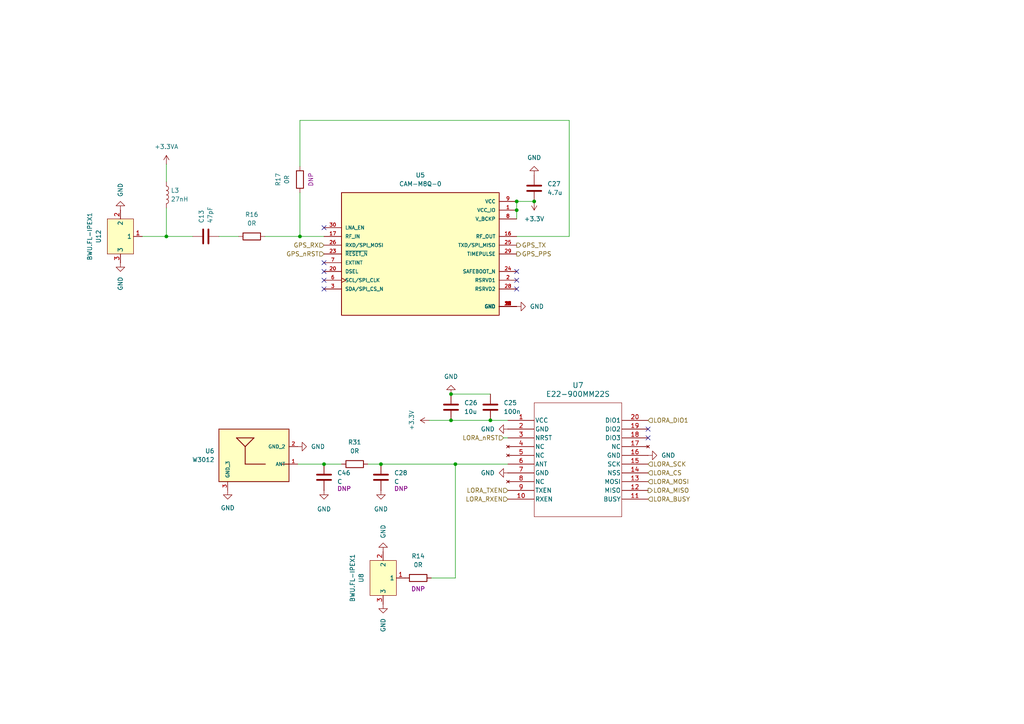
<source format=kicad_sch>
(kicad_sch (version 20231120) (generator "eeschema") (generator_version "8.0")
  (paper "A4")
  (lib_symbols
    (symbol "Device:C" (pin_numbers hide) (pin_names (offset 0.254))
      (property "Reference" "C" (at 0.635 2.54 0))
      (property "Value" "C" (at 0.635 -2.54 0))
      (symbol "C_0_1"
        (polyline (pts (xy -2.032 -0.762) (xy 2.032 -0.762)) (stroke (width 0.508)))
        (polyline (pts (xy -2.032 0.762) (xy 2.032 0.762)) (stroke (width 0.508)))
      )
      (symbol "C_1_1"
        (pin passive line (at 0 3.81 270) (length 2.794) (name "~") (number "1"))
        (pin passive line (at 0 -3.81 90) (length 2.794) (name "~") (number "2"))
      )
    )
    (symbol "Device:L" (pin_numbers hide) (pin_names (offset 1.016) hide)
      (property "Reference" "L" (at -1.27 0 90))
      (property "Value" "L" (at 1.905 0 90))
      (symbol "L_0_1"
        (arc (start 0 -2.54) (mid 0.6323 -1.905) (end 0 -1.27))
        (arc (start 0 -1.27) (mid 0.6323 -0.635) (end 0 0))
        (arc (start 0 0) (mid 0.6323 0.635) (end 0 1.27))
        (arc (start 0 1.27) (mid 0.6323 1.905) (end 0 2.54))
      )
      (symbol "L_1_1"
        (pin passive line (at 0 3.81 270) (length 1.27) (name "1") (number "1"))
        (pin passive line (at 0 -3.81 90) (length 1.27) (name "2") (number "2"))
      )
    )
    (symbol "Device:R" (pin_numbers hide) (pin_names (offset 0))
      (property "Reference" "R" (at 2.032 0 90))
      (property "Value" "R" (at 0 0 90))
      (symbol "R_0_1"
        (rectangle (start -1.016 -2.54) (end 1.016 2.54) (stroke (width 0.254)))
      )
      (symbol "R_1_1"
        (pin passive line (at 0 3.81 270) (length 1.27) (name "~") (number "1"))
        (pin passive line (at 0 -3.81 90) (length 1.27) (name "~") (number "2"))
      )
    )
    (symbol "Rocketry_Easyeda:BWU.FL-IPEX1"
      (property "Reference" "U" (at 0 12.7 0))
      (property "Value" "BWU.FL-IPEX1" (at 0 -12.7 0))
      (symbol "BWU.FL-IPEX1_0_1"
        (rectangle (start -5.08 5.08) (end 2.54 -5.08) (fill (type background)))
        (pin unspecified line (at 5.08 0 180) (length 2.54) (name "1") (number "1"))
        (pin unspecified line (at -1.27 7.62 270) (length 2.54) (name "2") (number "2"))
        (pin unspecified line (at -1.27 -7.62 90) (length 2.54) (name "3") (number "3"))
      )
    )
    (symbol "Rocketry_Manual:CAM-M8Q-0" (pin_names (offset 1.016))
      (property "Reference" "U" (at -22.8983 18.3186 0))
      (property "Value" "CAM-M8Q-0" (at -22.8741 -20.8408 0))
      (symbol "CAM-M8Q-0_0_0"
        (rectangle (start -22.86 -17.78) (end 22.86 17.78) (stroke (width 0.254)) (fill (type background)))
        (pin power_in line (at 27.94 12.7 180) (length 5.08) (name "VCC_IO") (number "1"))
        (pin power_in line (at 27.94 -15.24 180) (length 5.08) (name "GND") (number "10"))
        (pin power_in line (at 27.94 -15.24 180) (length 5.08) (name "GND") (number "11"))
        (pin power_in line (at 27.94 -15.24 180) (length 5.08) (name "GND") (number "12"))
        (pin power_in line (at 27.94 -15.24 180) (length 5.08) (name "GND") (number "13"))
        (pin power_in line (at 27.94 -15.24 180) (length 5.08) (name "GND") (number "14"))
        (pin power_in line (at 27.94 -15.24 180) (length 5.08) (name "GND") (number "15"))
        (pin output line (at 27.94 5.08 180) (length 5.08) (name "RF_OUT") (number "16"))
        (pin input line (at -27.94 5.08 0) (length 5.08) (name "RF_IN") (number "17"))
        (pin power_in line (at 27.94 -15.24 180) (length 5.08) (name "GND") (number "18"))
        (pin power_in line (at 27.94 -15.24 180) (length 5.08) (name "GND") (number "19"))
        (pin passive line (at 27.94 -7.62 180) (length 5.08) (name "RSRVD1") (number "2"))
        (pin input line (at -27.94 -5.08 0) (length 5.08) (name "DSEL") (number "20"))
        (pin power_in line (at 27.94 -15.24 180) (length 5.08) (name "GND") (number "21"))
        (pin power_in line (at 27.94 -15.24 180) (length 5.08) (name "GND") (number "22"))
        (pin input line (at -27.94 0 0) (length 5.08) (name "~{RESET_N}") (number "23"))
        (pin passive line (at 27.94 -5.08 180) (length 5.08) (name "SAFEBOOT_N") (number "24"))
        (pin output line (at 27.94 2.54 180) (length 5.08) (name "TXD/SPI_MISO") (number "25"))
        (pin input line (at -27.94 2.54 0) (length 5.08) (name "RXD/SPI_MOSI") (number "26"))
        (pin power_in line (at 27.94 -15.24 180) (length 5.08) (name "GND") (number "27"))
        (pin passive line (at 27.94 -10.16 180) (length 5.08) (name "RSRVD2") (number "28"))
        (pin output line (at 27.94 0 180) (length 5.08) (name "TIMEPULSE") (number "29"))
        (pin bidirectional line (at -27.94 -10.16 0) (length 5.08) (name "SDA/SPI_CS_N") (number "3"))
        (pin input line (at -27.94 7.62 0) (length 5.08) (name "LNA_EN") (number "30"))
        (pin power_in line (at 27.94 -15.24 180) (length 5.08) (name "GND") (number "31"))
        (pin power_in line (at 27.94 -15.24 180) (length 5.08) (name "GND") (number "4"))
        (pin power_in line (at 27.94 -15.24 180) (length 5.08) (name "GND") (number "5"))
        (pin input clock (at -27.94 -7.62 0) (length 5.08) (name "SCL/SPI_CLK") (number "6"))
        (pin input line (at -27.94 -2.54 0) (length 5.08) (name "EXTINT") (number "7"))
        (pin power_in line (at 27.94 10.16 180) (length 5.08) (name "V_BCKP") (number "8"))
        (pin power_in line (at 27.94 15.24 180) (length 5.08) (name "VCC") (number "9"))
      )
    )
    (symbol "Rocketry_Manual:E22-900MM22S" (pin_names (offset 0.254))
      (property "Reference" "U" (at 20.32 10.16 0))
      (property "Value" "E22-900MM22S" (at 20.32 7.62 0))
      (symbol "E22-900MM22S_0_1"
        (polyline (pts (xy 7.62 -27.94) (xy 33.02 -27.94)) (stroke (width 0.127)))
        (polyline (pts (xy 7.62 5.08) (xy 7.62 -27.94)) (stroke (width 0.127)))
        (polyline (pts (xy 33.02 -27.94) (xy 33.02 5.08)) (stroke (width 0.127)))
        (polyline (pts (xy 33.02 5.08) (xy 7.62 5.08)) (stroke (width 0.127)))
        (pin power_in line (at 0 0 0) (length 7.62) (name "VCC") (number "1"))
        (pin input line (at 0 -22.86 0) (length 7.62) (name "RXEN") (number "10"))
        (pin output line (at 40.64 -22.86 180) (length 7.62) (name "BUSY") (number "11"))
        (pin output line (at 40.64 -20.32 180) (length 7.62) (name "MISO") (number "12"))
        (pin input line (at 40.64 -17.78 180) (length 7.62) (name "MOSI") (number "13"))
        (pin input line (at 40.64 -15.24 180) (length 7.62) (name "NSS") (number "14"))
        (pin input line (at 40.64 -12.7 180) (length 7.62) (name "SCK") (number "15"))
        (pin power_out line (at 40.64 -10.16 180) (length 7.62) (name "GND") (number "16"))
        (pin no_connect line (at 40.64 -7.62 180) (length 7.62) (name "NC") (number "17"))
        (pin bidirectional line (at 40.64 -5.08 180) (length 7.62) (name "DIO3") (number "18"))
        (pin bidirectional line (at 40.64 -2.54 180) (length 7.62) (name "DIO2") (number "19"))
        (pin power_out line (at 0 -2.54 0) (length 7.62) (name "GND") (number "2"))
        (pin bidirectional line (at 40.64 0 180) (length 7.62) (name "DIO1") (number "20"))
        (pin input line (at 0 -5.08 0) (length 7.62) (name "NRST") (number "3"))
        (pin no_connect line (at 0 -7.62 0) (length 7.62) (name "NC") (number "4"))
        (pin no_connect line (at 0 -10.16 0) (length 7.62) (name "NC") (number "5"))
        (pin unspecified line (at 0 -12.7 0) (length 7.62) (name "ANT") (number "6"))
        (pin power_out line (at 0 -15.24 0) (length 7.62) (name "GND") (number "7"))
        (pin no_connect line (at 0 -17.78 0) (length 7.62) (name "NC") (number "8"))
        (pin input line (at 0 -20.32 0) (length 7.62) (name "TXEN") (number "9"))
      )
    )
    (symbol "Rocketry_Manual:W3012" (pin_names (offset 1.016))
      (property "Reference" "U" (at -10.16 15.24 0))
      (property "Value" "W3012" (at 12.7 12.7 90))
      (symbol "W3012_0_0"
        (rectangle (start -10.16 -2.54) (end 10.16 12.7) (stroke (width 0.254)) (fill (type background)))
        (polyline (pts (xy -8.128 2.54) (xy -10.033 2.54)) (stroke (width 0.254)))
        (polyline (pts (xy 0 10.16) (xy 2.54 7.62)) (stroke (width 0.254)))
        (polyline (pts (xy 0 10.16) (xy 5.08 10.16)) (stroke (width 0.254)))
        (polyline (pts (xy 2.54 2.54) (xy -3.302 2.54)) (stroke (width 0.254)))
        (polyline (pts (xy 2.54 2.54) (xy 2.54 7.62)) (stroke (width 0.254)))
        (polyline (pts (xy 2.54 7.62) (xy 5.08 10.16)) (stroke (width 0.254)))
        (pin bidirectional line (at -12.7 2.54 0) (length 2.54) (name "ANT") (number "1"))
        (pin power_in line (at -12.7 7.62 0) (length 2.54) (name "GND_2") (number "2"))
        (pin power_in line (at 7.62 -5.08 90) (length 2.54) (name "GND_3") (number "3"))
      )
    )
    (symbol "power:+3.3V" (power) (pin_numbers hide) (pin_names (offset 0) hide)
      (property "Value" "+3.3V" (at 0 3.556 0))
      (symbol "+3.3V_0_1"
        (polyline (pts (xy -0.762 1.27) (xy 0 2.54)))
        (polyline (pts (xy 0 0) (xy 0 2.54)))
        (polyline (pts (xy 0 2.54) (xy 0.762 1.27)))
      )
      (symbol "+3.3V_1_1"
        (pin power_in line (at 0 0 90) (length 0) (name "~") (number "1"))
      )
    )
    (symbol "power:+3.3VA" (power) (pin_numbers hide) (pin_names (offset 0) hide)
      (property "Value" "+3.3VA" (at 0 3.556 0))
      (symbol "+3.3VA_0_1"
        (polyline (pts (xy -0.762 1.27) (xy 0 2.54)))
        (polyline (pts (xy 0 0) (xy 0 2.54)))
        (polyline (pts (xy 0 2.54) (xy 0.762 1.27)))
      )
      (symbol "+3.3VA_1_1"
        (pin power_in line (at 0 0 90) (length 0) (name "~") (number "1"))
      )
    )
    (symbol "power:GND" (power) (pin_numbers hide) (pin_names (offset 0) hide)
      (property "Value" "GND" (at 0 -3.81 0))
      (symbol "GND_0_1"
        (polyline (pts (xy 0 0) (xy 0 -1.27) (xy 1.27 -1.27) (xy 0 -2.54) (xy -1.27 -1.27) (xy 0 -1.27)))
      )
      (symbol "GND_1_1"
        (pin power_in line (at 0 0 270) (length 0) (name "~") (number "1"))
      )
    )
  )
  (junction (at 149.86 58.42))
  (junction (at 86.995 68.58))
  (junction (at 130.81 121.92))
  (junction (at 132.08 134.62))
  (junction (at 48.26 68.58))
  (junction (at 149.86 60.96))
  (junction (at 130.81 114.3))
  (junction (at 110.49 134.62))
  (junction (at 154.94 58.42))
  (junction (at 142.24 121.92))
  (junction (at 93.98 134.62))
  (no_connect (at 149.86 83.82))
  (no_connect (at 149.86 78.74))
  (no_connect (at 93.98 76.2))
  (no_connect (at 187.96 127))
  (no_connect (at 149.86 81.28))
  (no_connect (at 93.98 81.28))
  (no_connect (at 187.96 124.46))
  (no_connect (at 93.98 66.04))
  (no_connect (at 93.98 78.74))
  (no_connect (at 93.98 83.82))
  (wire (pts (xy 124.46 121.92) (xy 130.81 121.92)))
  (wire (pts (xy 63.5 68.58) (xy 69.215 68.58)))
  (wire (pts (xy 41.275 68.58) (xy 48.26 68.58)))
  (wire (pts (xy 86.995 48.26) (xy 86.995 34.925)))
  (wire (pts (xy 130.81 114.3) (xy 142.24 114.3)))
  (wire (pts (xy 48.26 68.58) (xy 55.88 68.58)))
  (wire (pts (xy 149.86 58.42) (xy 149.86 60.96)))
  (wire (pts (xy 93.98 134.62) (xy 99.06 134.62)))
  (wire (pts (xy 149.86 58.42) (xy 154.94 58.42)))
  (wire (pts (xy 86.995 68.58) (xy 93.98 68.58)))
  (wire (pts (xy 149.86 68.58) (xy 165.1 68.58)))
  (wire (pts (xy 130.81 121.92) (xy 142.24 121.92)))
  (wire (pts (xy 132.08 167.64) (xy 132.08 134.62)))
  (wire (pts (xy 48.26 60.325) (xy 48.26 68.58)))
  (wire (pts (xy 48.26 47.625) (xy 48.26 52.705)))
  (wire (pts (xy 146.05 127) (xy 147.32 127)))
  (wire (pts (xy 142.24 121.92) (xy 147.32 121.92)))
  (wire (pts (xy 125.095 167.64) (xy 132.08 167.64)))
  (wire (pts (xy 86.36 134.62) (xy 93.98 134.62)))
  (wire (pts (xy 110.49 134.62) (xy 132.08 134.62)))
  (wire (pts (xy 86.995 55.88) (xy 86.995 68.58)))
  (wire (pts (xy 106.68 134.62) (xy 110.49 134.62)))
  (wire (pts (xy 149.86 60.96) (xy 149.86 63.5)))
  (wire (pts (xy 165.1 34.925) (xy 165.1 68.58)))
  (wire (pts (xy 86.995 34.925) (xy 165.1 34.925)))
  (wire (pts (xy 76.835 68.58) (xy 86.995 68.58)))
  (wire (pts (xy 132.08 134.62) (xy 147.32 134.62)))
  (hierarchical_label "GPS_nRST" (shape input) (at 93.98 73.66 180))
  (hierarchical_label "LORA_BUSY" (shape input) (at 187.96 144.78 0))
  (hierarchical_label "GPS_RX" (shape input) (at 93.98 71.12 180))
  (hierarchical_label "LORA_nRST" (shape input) (at 146.05 127 180))
  (hierarchical_label "LORA_MISO" (shape output) (at 187.96 142.24 0))
  (hierarchical_label "GPS_PPS" (shape output) (at 149.86 73.66 0))
  (hierarchical_label "GPS_TX" (shape output) (at 149.86 71.12 0))
  (hierarchical_label "LORA_RXEN" (shape input) (at 147.32 144.78 180))
  (hierarchical_label "LORA_SCK" (shape input) (at 187.96 134.62 0))
  (hierarchical_label "LORA_CS" (shape input) (at 187.96 137.16 0))
  (hierarchical_label "LORA_TXEN" (shape input) (at 147.32 142.24 180))
  (hierarchical_label "LORA_DIO1" (shape input) (at 187.96 121.92 0))
  (hierarchical_label "LORA_MOSI" (shape input) (at 187.96 139.7 0))
  (symbol (lib_id "power:GND") (at 130.81 114.3 180) (unit 1)
    (property "Reference" "#PWR078" (effects (hide yes)))
    (property "Value" "GND" (at 130.81 109.22 0))
    (property "Description" "Power symbol creates a global label with name \"GND\" , ground" (effects (hide yes)))
  )
  (symbol (lib_id "Device:L") (at 48.26 56.515 0) (unit 1)
    (property "Reference" "L3" (at 49.53 55.2449 0) (effects (justify left)))
    (property "Value" "27nH" (at 49.53 57.7849 0) (effects (justify left)))
    (property "Footprint" "Inductor_SMD:L_0603_1608Metric_Pad1.05x0.95mm_HandSolder" (effects (hide yes)))
    (property "Description" "Inductor" (effects (hide yes)))
  )
  (symbol (lib_id "Device:C") (at 110.49 138.43 0) (unit 1)
    (property "Reference" "C28" (at 114.3 137.1599 0) (effects (justify left)))
    (property "Value" "C" (at 114.3 139.6999 0) (effects (justify left)))
    (property "Footprint" "Capacitor_SMD:C_0603_1608Metric_Pad1.08x0.95mm_HandSolder" (effects (hide yes)))
    (property "Description" "Unpolarized capacitor" (effects (hide yes)))
    (property "DNP" "DNP" (at 116.332 141.732 0))
  )
  (symbol (lib_id "power:GND") (at 187.96 132.08 90) (mirror x) (unit 1)
    (property "Reference" "#PWR076" (effects (hide yes)))
    (property "Value" "GND" (at 191.77 132.0799 90) (effects (justify right)))
    (property "Description" "Power symbol creates a global label with name \"GND\" , ground" (effects (hide yes)))
  )
  (symbol (lib_id "Rocketry_Manual:W3012") (at 73.66 137.16 0) (mirror y) (unit 1)
    (property "Reference" "U6" (at 62.23 130.8099 0) (effects (justify left)))
    (property "Value" "W3012" (at 62.23 133.3499 0) (effects (justify left)))
    (property "Footprint" "Rocketry_Manual:W3012-ANT-PKG" (effects (hide yes)))
  )
  (symbol (lib_id "Rocketry_Easyeda:BWU.FL-IPEX1") (at 36.195 68.58 0) (unit 1)
    (property "Reference" "U12" (at 28.575 68.58 90))
    (property "Value" "BWU.FL-IPEX1" (at 26.035 68.58 90))
    (property "Footprint" "Rocketry_Easyeda:IPEX-SMD_BWIPX-1-001E" (effects (hide yes)))
    (property "LCSC Part" "C5137195" (effects (hide yes)))
  )
  (symbol (lib_id "Device:C") (at 59.69 68.58 90) (unit 1)
    (property "Reference" "C13" (at 58.4199 64.77 0) (effects (justify left)))
    (property "Value" "47pF" (at 60.9599 64.77 0) (effects (justify left)))
    (property "Footprint" "Capacitor_SMD:C_0603_1608Metric_Pad1.08x0.95mm_HandSolder" (effects (hide yes)))
    (property "Description" "Unpolarized capacitor" (effects (hide yes)))
  )
  (symbol (lib_id "power:GND") (at 147.32 124.46 270) (unit 1)
    (property "Reference" "#PWR074" (effects (hide yes)))
    (property "Value" "GND" (at 143.51 124.4599 90) (effects (justify right)))
    (property "Description" "Power symbol creates a global label with name \"GND\" , ground" (effects (hide yes)))
  )
  (symbol (lib_id "power:GND") (at 93.98 142.24 0) (unit 1)
    (property "Reference" "#PWR35" (effects (hide yes)))
    (property "Value" "GND" (at 93.98 147.6533 0))
    (property "Description" "Power symbol creates a global label with name \"GND\" , ground" (effects (hide yes)))
  )
  (symbol (lib_id "Device:C") (at 154.94 54.61 0) (unit 1)
    (property "Reference" "C27" (at 158.75 53.3399 0) (effects (justify left)))
    (property "Value" "4.7u" (at 158.75 55.8799 0) (effects (justify left)))
    (property "Footprint" "Capacitor_SMD:C_0402_1005Metric" (effects (hide yes)))
    (property "Description" "Unpolarized capacitor" (effects (hide yes)))
  )
  (symbol (lib_id "power:GND") (at 149.86 88.9 90) (unit 1)
    (property "Reference" "#PWR081" (effects (hide yes)))
    (property "Value" "GND" (at 153.67 88.8999 90) (effects (justify right)))
    (property "Description" "Power symbol creates a global label with name \"GND\" , ground" (effects (hide yes)))
  )
  (symbol (lib_id "power:GND") (at 34.925 76.2 0) (unit 1)
    (property "Reference" "#PWR46" (effects (hide yes)))
    (property "Value" "GND" (at 34.9251 80.2287 90) (effects (justify right)))
    (property "Description" "Power symbol creates a global label with name \"GND\" , ground" (effects (hide yes)))
  )
  (symbol (lib_id "Device:R") (at 86.995 52.07 180) (unit 1)
    (property "Reference" "R17" (at 80.645 52.07 90))
    (property "Value" "0R" (at 83.185 52.07 90))
    (property "Footprint" "Resistor_SMD:R_0603_1608Metric_Pad0.98x0.95mm_HandSolder" (effects (hide yes)))
    (property "Description" "Resistor" (effects (hide yes)))
    (property "DNP" "DNP" (at 90.17 52.07 90))
  )
  (symbol (lib_id "power:+3.3V") (at 124.46 121.92 90) (mirror x) (unit 1)
    (property "Reference" "#PWR077" (effects (hide yes)))
    (property "Value" "+3.3V" (at 119.38 121.92 0))
    (property "Description" "Power symbol creates a global label with name \"+3.3V\"" (effects (hide yes)))
  )
  (symbol (lib_id "power:+3.3VA") (at 48.26 47.625 0) (unit 1)
    (property "Reference" "#PWR47" (effects (hide yes)))
    (property "Value" "+3.3VA" (at 48.26 42.545 0))
    (property "Description" "Power symbol creates a global label with name \"+3.3VA\"" (effects (hide yes)))
  )
  (symbol (lib_id "power:GND") (at 110.49 142.24 0) (unit 1)
    (property "Reference" "#PWR084" (effects (hide yes)))
    (property "Value" "GND" (at 110.49 147.6533 0))
    (property "Description" "Power symbol creates a global label with name \"GND\" , ground" (effects (hide yes)))
  )
  (symbol (lib_id "power:GND") (at 147.32 137.16 270) (unit 1)
    (property "Reference" "#PWR075" (effects (hide yes)))
    (property "Value" "GND" (at 143.51 137.1599 90) (effects (justify right)))
    (property "Description" "Power symbol creates a global label with name \"GND\" , ground" (effects (hide yes)))
  )
  (symbol (lib_id "Device:R") (at 102.87 134.62 90) (unit 1)
    (property "Reference" "R31" (at 102.87 128.27 90))
    (property "Value" "0R" (at 102.87 130.81 90))
    (property "Footprint" "Resistor_SMD:R_0603_1608Metric_Pad0.98x0.95mm_HandSolder" (effects (hide yes)))
    (property "Description" "Resistor" (effects (hide yes)))
  )
  (symbol (lib_id "power:GND") (at 86.36 129.54 90) (unit 1)
    (property "Reference" "#PWR079" (effects (hide yes)))
    (property "Value" "GND" (at 90.17 129.5399 90) (effects (justify right)))
    (property "Description" "Power symbol creates a global label with name \"GND\" , ground" (effects (hide yes)))
  )
  (symbol (lib_id "Device:R") (at 73.025 68.58 270) (unit 1)
    (property "Reference" "R16" (at 73.025 62.23 90))
    (property "Value" "0R" (at 73.025 64.77 90))
    (property "Footprint" "Resistor_SMD:R_0603_1608Metric_Pad0.98x0.95mm_HandSolder" (effects (hide yes)))
    (property "Description" "Resistor" (effects (hide yes)))
  )
  (symbol (lib_id "power:GND") (at 111.125 160.02 180) (unit 1)
    (property "Reference" "#PWR29" (effects (hide yes)))
    (property "Value" "GND" (at 111.1251 156.21 90) (effects (justify right)))
    (property "Description" "Power symbol creates a global label with name \"GND\" , ground" (effects (hide yes)))
  )
  (symbol (lib_id "power:GND") (at 154.94 50.8 180) (unit 1)
    (property "Reference" "#PWR083" (effects (hide yes)))
    (property "Value" "GND" (at 154.94 45.72 0))
    (property "Description" "Power symbol creates a global label with name \"GND\" , ground" (effects (hide yes)))
  )
  (symbol (lib_id "Rocketry_Easyeda:BWU.FL-IPEX1") (at 112.395 167.64 0) (unit 1)
    (property "Reference" "U8" (at 104.775 167.64 90))
    (property "Value" "BWU.FL-IPEX1" (at 102.235 167.64 90))
    (property "Footprint" "Rocketry_Easyeda:IPEX-SMD_BWIPX-1-001E" (effects (hide yes)))
    (property "LCSC Part" "C5137195" (effects (hide yes)))
  )
  (symbol (lib_id "power:+3.3V") (at 154.94 58.42 0) (mirror x) (unit 1)
    (property "Reference" "#PWR082" (effects (hide yes)))
    (property "Value" "+3.3V" (at 154.94 63.5 0))
    (property "Description" "Power symbol creates a global label with name \"+3.3V\"" (effects (hide yes)))
  )
  (symbol (lib_id "power:GND") (at 34.925 60.96 180) (unit 1)
    (property "Reference" "#PWR45" (effects (hide yes)))
    (property "Value" "GND" (at 34.9251 57.15 90) (effects (justify right)))
    (property "Description" "Power symbol creates a global label with name \"GND\" , ground" (effects (hide yes)))
  )
  (symbol (lib_id "power:GND") (at 111.125 175.26 0) (unit 1)
    (property "Reference" "#PWR33" (effects (hide yes)))
    (property "Value" "GND" (at 111.1251 179.2887 90) (effects (justify right)))
    (property "Description" "Power symbol creates a global label with name \"GND\" , ground" (effects (hide yes)))
  )
  (symbol (lib_id "Rocketry_Manual:E22-900MM22S") (at 147.32 121.92 0) (unit 1)
    (property "Reference" "U7" (at 167.64 111.76 0) (effects (font (size 1.524 1.524))))
    (property "Value" "E22-900MM22S" (at 167.64 114.3 0) (effects (font (size 1.524 1.524))))
    (property "Footprint" "Rocketry_Manual:E22-900MM22S_BYT" (effects (hide yes)))
    (property "Datasheet" "E22-900MM22S" (effects (hide yes)))
  )
  (symbol (lib_id "Device:C") (at 142.24 118.11 0) (unit 1)
    (property "Reference" "C25" (at 146.05 116.8399 0) (effects (justify left)))
    (property "Value" "100n" (at 146.05 119.3799 0) (effects (justify left)))
    (property "Footprint" "Capacitor_SMD:C_0402_1005Metric" (effects (hide yes)))
  )
  (symbol (lib_id "Device:C") (at 93.98 138.43 0) (unit 1)
    (property "Reference" "C46" (at 97.79 137.1599 0) (effects (justify left)))
    (property "Value" "C" (at 97.79 139.6999 0) (effects (justify left)))
    (property "Footprint" "Capacitor_SMD:C_0603_1608Metric_Pad1.08x0.95mm_HandSolder" (effects (hide yes)))
    (property "Description" "Unpolarized capacitor" (effects (hide yes)))
    (property "DNP" "DNP" (at 99.822 141.732 0))
  )
  (symbol (lib_id "power:GND") (at 66.04 142.24 0) (unit 1)
    (property "Reference" "#PWR080" (effects (hide yes)))
    (property "Value" "GND" (at 66.04 147.32 0))
    (property "Description" "Power symbol creates a global label with name \"GND\" , ground" (effects (hide yes)))
  )
  (symbol (lib_id "Rocketry_Manual:CAM-M8Q-0") (at 121.92 73.66 0) (unit 1)
    (property "Reference" "U5" (at 121.92 50.8 0))
    (property "Value" "CAM-M8Q-0" (at 121.92 53.34 0))
    (property "Footprint" "Rocketry_Manual:LCC100P960X1400X210-31N" (effects (hide yes)))
    (property "MF" "U-Blox America" (effects (hide yes)))
    (property "Description_1" "\nseries RF Receiver BeiDou, GLONASS, GNSS, GPS, QZSS 1.575GHz -167dBm - On-Board, Chip Module\n" (effects (hide yes)))
    (property "Package" "SMD-31 U-Blox America" (effects (hide yes)))
    (property "Price" "None" (effects (hide yes)))
    (property "Check_prices" "https://www.snapeda.com/parts/CAM-M8Q-0/U-Blox+America+Inc./view-part/?ref=eda" (effects (hide yes)))
    (property "SnapEDA_Link" "https://www.snapeda.com/parts/CAM-M8Q-0/U-Blox+America+Inc./view-part/?ref=snap" (effects (hide yes)))
    (property "MP" "CAM-M8Q-0" (effects (hide yes)))
    (property "Purchase-URL" "https://www.snapeda.com/api/url_track_click_mouser/?unipart_id=51163&manufacturer=U-Blox America&part_name=CAM-M8Q-0&search_term=cam-m8q" (effects (hide yes)))
    (property "Availability" "In Stock" (effects (hide yes)))
    (property "MANUFACTURER" "UBlox" (effects (hide yes)))
  )
  (symbol (lib_id "Device:R") (at 121.285 167.64 90) (unit 1)
    (property "Reference" "R14" (at 121.285 161.29 90))
    (property "Value" "0R" (at 121.285 163.83 90))
    (property "Footprint" "Resistor_SMD:R_0603_1608Metric_Pad0.98x0.95mm_HandSolder" (effects (hide yes)))
    (property "Description" "Resistor" (effects (hide yes)))
    (property "DNP" "DNP" (at 121.285 170.815 90))
  )
  (symbol (lib_id "Device:C") (at 130.81 118.11 0) (unit 1)
    (property "Reference" "C26" (at 134.62 116.84 0) (effects (justify left)))
    (property "Value" "10u" (at 134.62 119.38 0) (effects (justify left)))
    (property "Footprint" "Capacitor_SMD:C_0603_1608Metric" (effects (hide yes)))
  )
)
</source>
